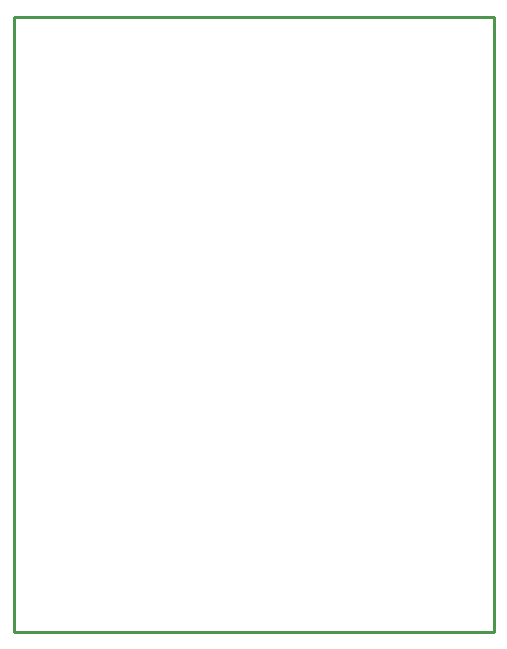
<source format=gko>
G04 ---------------------------- Layer name :KeepOutLayer*
G04 EasyEDA v5.6.15, Thu, 02 Aug 2018 18:58:32 GMT*
G04 5b09e127fb854e9390a9dbda6a4debf4*
G04 Gerber Generator version 0.2*
G04 Scale: 100 percent, Rotated: No, Reflected: No *
G04 Dimensions in inches *
G04 leading zeros omitted , absolute positions ,2 integer and 4 decimal *
%FSLAX24Y24*%
%MOIN*%
G90*
G70D02*

%ADD10C,0.010000*%
G54D10*
G01X0Y20500D02*
G01X16000Y20500D01*
G01X16000Y0D01*
G01X0Y0D01*
G01X0Y20500D01*

%LPD*%
M00*
M02*

</source>
